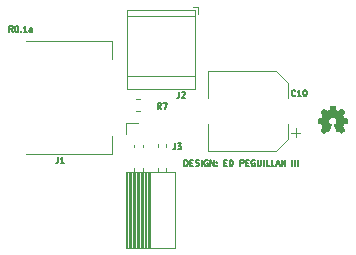
<source format=gto>
G04 #@! TF.GenerationSoftware,KiCad,Pcbnew,(5.1.0-47-g8a7e501fe)*
G04 #@! TF.CreationDate,2019-04-01T01:15:26-05:00*
G04 #@! TF.ProjectId,usb_c_wien_bridge,7573625f-635f-4776-9965-6e5f62726964,0.1a*
G04 #@! TF.SameCoordinates,Original*
G04 #@! TF.FileFunction,Legend,Top*
G04 #@! TF.FilePolarity,Positive*
%FSLAX46Y46*%
G04 Gerber Fmt 4.6, Leading zero omitted, Abs format (unit mm)*
G04 Created by KiCad (PCBNEW (5.1.0-47-g8a7e501fe)) date 2019-04-01 01:15:26*
%MOMM*%
%LPD*%
G04 APERTURE LIST*
%ADD10C,0.127000*%
%ADD11C,0.010000*%
%ADD12C,0.120000*%
G04 APERTURE END LIST*
D10*
X126767166Y-90323609D02*
X126597833Y-90081704D01*
X126476880Y-90323609D02*
X126476880Y-89815609D01*
X126670404Y-89815609D01*
X126718785Y-89839800D01*
X126742976Y-89863990D01*
X126767166Y-89912371D01*
X126767166Y-89984942D01*
X126742976Y-90033323D01*
X126718785Y-90057514D01*
X126670404Y-90081704D01*
X126476880Y-90081704D01*
X127081642Y-89815609D02*
X127130023Y-89815609D01*
X127178404Y-89839800D01*
X127202595Y-89863990D01*
X127226785Y-89912371D01*
X127250976Y-90009133D01*
X127250976Y-90130085D01*
X127226785Y-90226847D01*
X127202595Y-90275228D01*
X127178404Y-90299419D01*
X127130023Y-90323609D01*
X127081642Y-90323609D01*
X127033261Y-90299419D01*
X127009071Y-90275228D01*
X126984880Y-90226847D01*
X126960690Y-90130085D01*
X126960690Y-90009133D01*
X126984880Y-89912371D01*
X127009071Y-89863990D01*
X127033261Y-89839800D01*
X127081642Y-89815609D01*
X127468690Y-90275228D02*
X127492880Y-90299419D01*
X127468690Y-90323609D01*
X127444500Y-90299419D01*
X127468690Y-90275228D01*
X127468690Y-90323609D01*
X127976690Y-90323609D02*
X127686404Y-90323609D01*
X127831547Y-90323609D02*
X127831547Y-89815609D01*
X127783166Y-89888180D01*
X127734785Y-89936561D01*
X127686404Y-89960752D01*
X128412119Y-90323609D02*
X128412119Y-90057514D01*
X128387928Y-90009133D01*
X128339547Y-89984942D01*
X128242785Y-89984942D01*
X128194404Y-90009133D01*
X128412119Y-90299419D02*
X128363738Y-90323609D01*
X128242785Y-90323609D01*
X128194404Y-90299419D01*
X128170214Y-90251038D01*
X128170214Y-90202657D01*
X128194404Y-90154276D01*
X128242785Y-90130085D01*
X128363738Y-90130085D01*
X128412119Y-90105895D01*
X141312295Y-101677409D02*
X141312295Y-101169409D01*
X141433247Y-101169409D01*
X141505819Y-101193600D01*
X141554200Y-101241980D01*
X141578390Y-101290361D01*
X141602580Y-101387123D01*
X141602580Y-101459695D01*
X141578390Y-101556457D01*
X141554200Y-101604838D01*
X141505819Y-101653219D01*
X141433247Y-101677409D01*
X141312295Y-101677409D01*
X141820295Y-101411314D02*
X141989628Y-101411314D01*
X142062200Y-101677409D02*
X141820295Y-101677409D01*
X141820295Y-101169409D01*
X142062200Y-101169409D01*
X142255723Y-101653219D02*
X142328295Y-101677409D01*
X142449247Y-101677409D01*
X142497628Y-101653219D01*
X142521819Y-101629028D01*
X142546009Y-101580647D01*
X142546009Y-101532266D01*
X142521819Y-101483885D01*
X142497628Y-101459695D01*
X142449247Y-101435504D01*
X142352485Y-101411314D01*
X142304104Y-101387123D01*
X142279914Y-101362933D01*
X142255723Y-101314552D01*
X142255723Y-101266171D01*
X142279914Y-101217790D01*
X142304104Y-101193600D01*
X142352485Y-101169409D01*
X142473438Y-101169409D01*
X142546009Y-101193600D01*
X142763723Y-101677409D02*
X142763723Y-101169409D01*
X143271723Y-101193600D02*
X143223342Y-101169409D01*
X143150771Y-101169409D01*
X143078200Y-101193600D01*
X143029819Y-101241980D01*
X143005628Y-101290361D01*
X142981438Y-101387123D01*
X142981438Y-101459695D01*
X143005628Y-101556457D01*
X143029819Y-101604838D01*
X143078200Y-101653219D01*
X143150771Y-101677409D01*
X143199152Y-101677409D01*
X143271723Y-101653219D01*
X143295914Y-101629028D01*
X143295914Y-101459695D01*
X143199152Y-101459695D01*
X143513628Y-101677409D02*
X143513628Y-101169409D01*
X143803914Y-101677409D01*
X143803914Y-101169409D01*
X144045819Y-101629028D02*
X144070009Y-101653219D01*
X144045819Y-101677409D01*
X144021628Y-101653219D01*
X144045819Y-101629028D01*
X144045819Y-101677409D01*
X144045819Y-101362933D02*
X144070009Y-101387123D01*
X144045819Y-101411314D01*
X144021628Y-101387123D01*
X144045819Y-101362933D01*
X144045819Y-101411314D01*
X144674771Y-101411314D02*
X144844104Y-101411314D01*
X144916676Y-101677409D02*
X144674771Y-101677409D01*
X144674771Y-101169409D01*
X144916676Y-101169409D01*
X145134390Y-101677409D02*
X145134390Y-101169409D01*
X145255342Y-101169409D01*
X145327914Y-101193600D01*
X145376295Y-101241980D01*
X145400485Y-101290361D01*
X145424676Y-101387123D01*
X145424676Y-101459695D01*
X145400485Y-101556457D01*
X145376295Y-101604838D01*
X145327914Y-101653219D01*
X145255342Y-101677409D01*
X145134390Y-101677409D01*
X146029438Y-101677409D02*
X146029438Y-101169409D01*
X146222961Y-101169409D01*
X146271342Y-101193600D01*
X146295533Y-101217790D01*
X146319723Y-101266171D01*
X146319723Y-101338742D01*
X146295533Y-101387123D01*
X146271342Y-101411314D01*
X146222961Y-101435504D01*
X146029438Y-101435504D01*
X146537438Y-101411314D02*
X146706771Y-101411314D01*
X146779342Y-101677409D02*
X146537438Y-101677409D01*
X146537438Y-101169409D01*
X146779342Y-101169409D01*
X147263152Y-101193600D02*
X147214771Y-101169409D01*
X147142200Y-101169409D01*
X147069628Y-101193600D01*
X147021247Y-101241980D01*
X146997057Y-101290361D01*
X146972866Y-101387123D01*
X146972866Y-101459695D01*
X146997057Y-101556457D01*
X147021247Y-101604838D01*
X147069628Y-101653219D01*
X147142200Y-101677409D01*
X147190580Y-101677409D01*
X147263152Y-101653219D01*
X147287342Y-101629028D01*
X147287342Y-101459695D01*
X147190580Y-101459695D01*
X147505057Y-101169409D02*
X147505057Y-101580647D01*
X147529247Y-101629028D01*
X147553438Y-101653219D01*
X147601819Y-101677409D01*
X147698580Y-101677409D01*
X147746961Y-101653219D01*
X147771152Y-101629028D01*
X147795342Y-101580647D01*
X147795342Y-101169409D01*
X148037247Y-101677409D02*
X148037247Y-101169409D01*
X148521057Y-101677409D02*
X148279152Y-101677409D01*
X148279152Y-101169409D01*
X148932295Y-101677409D02*
X148690390Y-101677409D01*
X148690390Y-101169409D01*
X149077438Y-101532266D02*
X149319342Y-101532266D01*
X149029057Y-101677409D02*
X149198390Y-101169409D01*
X149367723Y-101677409D01*
X149537057Y-101677409D02*
X149537057Y-101169409D01*
X149827342Y-101677409D01*
X149827342Y-101169409D01*
X150456295Y-101677409D02*
X150456295Y-101169409D01*
X150698200Y-101677409D02*
X150698200Y-101169409D01*
X150940104Y-101677409D02*
X150940104Y-101169409D01*
D11*
G36*
X153873455Y-96596365D02*
G01*
X153907672Y-96596623D01*
X153938383Y-96597020D01*
X153964640Y-96597536D01*
X153985498Y-96598152D01*
X154000011Y-96598848D01*
X154007231Y-96599604D01*
X154007775Y-96599793D01*
X154009923Y-96604793D01*
X154013369Y-96617556D01*
X154017989Y-96637501D01*
X154023657Y-96664044D01*
X154030249Y-96696604D01*
X154037639Y-96734598D01*
X154044184Y-96769275D01*
X154051060Y-96805734D01*
X154057601Y-96839621D01*
X154063621Y-96870024D01*
X154068932Y-96896031D01*
X154073348Y-96916732D01*
X154076681Y-96931214D01*
X154078744Y-96938567D01*
X154079102Y-96939262D01*
X154084307Y-96942209D01*
X154096059Y-96947664D01*
X154113164Y-96955141D01*
X154134425Y-96964159D01*
X154158648Y-96974234D01*
X154184639Y-96984882D01*
X154211201Y-96995622D01*
X154237140Y-97005969D01*
X154261260Y-97015440D01*
X154282367Y-97023553D01*
X154299266Y-97029823D01*
X154310762Y-97033769D01*
X154315659Y-97034906D01*
X154315665Y-97034904D01*
X154320090Y-97032178D01*
X154330703Y-97025174D01*
X154346724Y-97014421D01*
X154367370Y-97000448D01*
X154391862Y-96983784D01*
X154419417Y-96964958D01*
X154449255Y-96944500D01*
X154456481Y-96939535D01*
X154486838Y-96918798D01*
X154515224Y-96899655D01*
X154540839Y-96882629D01*
X154562883Y-96868239D01*
X154580558Y-96857005D01*
X154593064Y-96849449D01*
X154599601Y-96846090D01*
X154600172Y-96845966D01*
X154604940Y-96848893D01*
X154614769Y-96857144D01*
X154628867Y-96869927D01*
X154646441Y-96886448D01*
X154666700Y-96905917D01*
X154688850Y-96927539D01*
X154712100Y-96950522D01*
X154735658Y-96974075D01*
X154758730Y-96997402D01*
X154780524Y-97019714D01*
X154800248Y-97040216D01*
X154817111Y-97058115D01*
X154830318Y-97072620D01*
X154839079Y-97082938D01*
X154842600Y-97088276D01*
X154842633Y-97088515D01*
X154840303Y-97093615D01*
X154833666Y-97104842D01*
X154823257Y-97121377D01*
X154809609Y-97142399D01*
X154793253Y-97167088D01*
X154774723Y-97194625D01*
X154754551Y-97224188D01*
X154753257Y-97226071D01*
X154732845Y-97255838D01*
X154713850Y-97283683D01*
X154696833Y-97308770D01*
X154682357Y-97330265D01*
X154670983Y-97347335D01*
X154663273Y-97359144D01*
X154659789Y-97364859D01*
X154659740Y-97364959D01*
X154659087Y-97368893D01*
X154660027Y-97375426D01*
X154662849Y-97385353D01*
X154667844Y-97399470D01*
X154675301Y-97418572D01*
X154685509Y-97443456D01*
X154698759Y-97474916D01*
X154705725Y-97491277D01*
X154719282Y-97522611D01*
X154731776Y-97550658D01*
X154742792Y-97574540D01*
X154751913Y-97593377D01*
X154758722Y-97606288D01*
X154762803Y-97612394D01*
X154763192Y-97612690D01*
X154768900Y-97614340D01*
X154781973Y-97617318D01*
X154801447Y-97621429D01*
X154826357Y-97626476D01*
X154855739Y-97632266D01*
X154888630Y-97638604D01*
X154924065Y-97645293D01*
X154927941Y-97646017D01*
X154968555Y-97653717D01*
X155004311Y-97660751D01*
X155034592Y-97666985D01*
X155058782Y-97672286D01*
X155076264Y-97676520D01*
X155086421Y-97679554D01*
X155088809Y-97680828D01*
X155089577Y-97686147D01*
X155090288Y-97698986D01*
X155090924Y-97718399D01*
X155091466Y-97743439D01*
X155091893Y-97773162D01*
X155092186Y-97806619D01*
X155092326Y-97842866D01*
X155092335Y-97851923D01*
X155092308Y-97894857D01*
X155092172Y-97930068D01*
X155091902Y-97958300D01*
X155091472Y-97980297D01*
X155090857Y-97996804D01*
X155090030Y-98008563D01*
X155088966Y-98016319D01*
X155087639Y-98020816D01*
X155086430Y-98022518D01*
X155081013Y-98024400D01*
X155068236Y-98027566D01*
X155049071Y-98031815D01*
X155024493Y-98036942D01*
X154995476Y-98042745D01*
X154962992Y-98049019D01*
X154928738Y-98055430D01*
X154890276Y-98062648D01*
X154855766Y-98069384D01*
X154825986Y-98075472D01*
X154801714Y-98080743D01*
X154783729Y-98085032D01*
X154772808Y-98088171D01*
X154769872Y-98089511D01*
X154766520Y-98094888D01*
X154760695Y-98106889D01*
X154752862Y-98124357D01*
X154743486Y-98146135D01*
X154733033Y-98171067D01*
X154721967Y-98197995D01*
X154710754Y-98225762D01*
X154699860Y-98253213D01*
X154689750Y-98279190D01*
X154680888Y-98302536D01*
X154673741Y-98322095D01*
X154668773Y-98336709D01*
X154666451Y-98345223D01*
X154666397Y-98346769D01*
X154669184Y-98351365D01*
X154676223Y-98362118D01*
X154686964Y-98378211D01*
X154700855Y-98398827D01*
X154717347Y-98423149D01*
X154735890Y-98450360D01*
X154755527Y-98479052D01*
X154775506Y-98508398D01*
X154793872Y-98535785D01*
X154810086Y-98560379D01*
X154823607Y-98581343D01*
X154833898Y-98597842D01*
X154840420Y-98609040D01*
X154842633Y-98614057D01*
X154839714Y-98618782D01*
X154831485Y-98628581D01*
X154818736Y-98642662D01*
X154802259Y-98660231D01*
X154782842Y-98680495D01*
X154761278Y-98702660D01*
X154738357Y-98725932D01*
X154714870Y-98749519D01*
X154691606Y-98772625D01*
X154669358Y-98794459D01*
X154648915Y-98814227D01*
X154631068Y-98831134D01*
X154616608Y-98844388D01*
X154606326Y-98853195D01*
X154601012Y-98856762D01*
X154600761Y-98856800D01*
X154595864Y-98854474D01*
X154584842Y-98847857D01*
X154568519Y-98837487D01*
X154547722Y-98823905D01*
X154523279Y-98807651D01*
X154496015Y-98789262D01*
X154467829Y-98770017D01*
X154438593Y-98750073D01*
X154411345Y-98731744D01*
X154386916Y-98715571D01*
X154366139Y-98702093D01*
X154349847Y-98691852D01*
X154338873Y-98685386D01*
X154334110Y-98683233D01*
X154327922Y-98685167D01*
X154315846Y-98690488D01*
X154299397Y-98698476D01*
X154280093Y-98708409D01*
X154271225Y-98713135D01*
X154249933Y-98724189D01*
X154231362Y-98733046D01*
X154216910Y-98739085D01*
X154207980Y-98741687D01*
X154206620Y-98741710D01*
X154204463Y-98740548D01*
X154201662Y-98737277D01*
X154197989Y-98731384D01*
X154193215Y-98722356D01*
X154187112Y-98709678D01*
X154179451Y-98692838D01*
X154170003Y-98671321D01*
X154158541Y-98644614D01*
X154144837Y-98612204D01*
X154128660Y-98573577D01*
X154109784Y-98528219D01*
X154087979Y-98475616D01*
X154084151Y-98466366D01*
X154065315Y-98420673D01*
X154047526Y-98377185D01*
X154031040Y-98336546D01*
X154016111Y-98299399D01*
X154002994Y-98266388D01*
X153991943Y-98238158D01*
X153983214Y-98215353D01*
X153977060Y-98198617D01*
X153973737Y-98188593D01*
X153973234Y-98185908D01*
X153977557Y-98180981D01*
X153987369Y-98172589D01*
X154001128Y-98161986D01*
X154014411Y-98152424D01*
X154049540Y-98126542D01*
X154078228Y-98102093D01*
X154101936Y-98077469D01*
X154122127Y-98051064D01*
X154140262Y-98021273D01*
X154149153Y-98004332D01*
X154169064Y-97955641D01*
X154180997Y-97905365D01*
X154185083Y-97854361D01*
X154181453Y-97803482D01*
X154170236Y-97753583D01*
X154151564Y-97705518D01*
X154125566Y-97660142D01*
X154092373Y-97618310D01*
X154089820Y-97615576D01*
X154050115Y-97579261D01*
X154005774Y-97549752D01*
X153956228Y-97526696D01*
X153932317Y-97518406D01*
X153918378Y-97514379D01*
X153905238Y-97511593D01*
X153890812Y-97509832D01*
X153873015Y-97508878D01*
X153849761Y-97508513D01*
X153837217Y-97508483D01*
X153810863Y-97508659D01*
X153790880Y-97509330D01*
X153775178Y-97510715D01*
X153761664Y-97513031D01*
X153748249Y-97516497D01*
X153741967Y-97518402D01*
X153690305Y-97538738D01*
X153643401Y-97565808D01*
X153601741Y-97599203D01*
X153565812Y-97638511D01*
X153536101Y-97683323D01*
X153527874Y-97698983D01*
X153510731Y-97738031D01*
X153499462Y-97775005D01*
X153493317Y-97813103D01*
X153491539Y-97853500D01*
X153495589Y-97907724D01*
X153507594Y-97959454D01*
X153527340Y-98008159D01*
X153554614Y-98053306D01*
X153588396Y-98093546D01*
X153603550Y-98107709D01*
X153623236Y-98124226D01*
X153644890Y-98141110D01*
X153665953Y-98156373D01*
X153683862Y-98168028D01*
X153686049Y-98169303D01*
X153695793Y-98176721D01*
X153701660Y-98184620D01*
X153702037Y-98185774D01*
X153700827Y-98191335D01*
X153696467Y-98204261D01*
X153689127Y-98224126D01*
X153678973Y-98250505D01*
X153666173Y-98282973D01*
X153650894Y-98321103D01*
X153633305Y-98364471D01*
X153613572Y-98412651D01*
X153594040Y-98459966D01*
X153575350Y-98505051D01*
X153557528Y-98547972D01*
X153540853Y-98588066D01*
X153525599Y-98624671D01*
X153512045Y-98657124D01*
X153500468Y-98684761D01*
X153491145Y-98706922D01*
X153484352Y-98722941D01*
X153480366Y-98732158D01*
X153479478Y-98734074D01*
X153472617Y-98740831D01*
X153466943Y-98742500D01*
X153460515Y-98740562D01*
X153448221Y-98735229D01*
X153431592Y-98727223D01*
X153412159Y-98717264D01*
X153403135Y-98712460D01*
X153378295Y-98699560D01*
X153358697Y-98690391D01*
X153344996Y-98685239D01*
X153338285Y-98684264D01*
X153332333Y-98687124D01*
X153320548Y-98694150D01*
X153304024Y-98704638D01*
X153283855Y-98717887D01*
X153261134Y-98733193D01*
X153246667Y-98743117D01*
X153207569Y-98770085D01*
X153174836Y-98792579D01*
X153147893Y-98810977D01*
X153126167Y-98825655D01*
X153109084Y-98836991D01*
X153096069Y-98845363D01*
X153086549Y-98851148D01*
X153079949Y-98854724D01*
X153075695Y-98856467D01*
X153073756Y-98856800D01*
X153069368Y-98853899D01*
X153059713Y-98845632D01*
X153045483Y-98832647D01*
X153027368Y-98815598D01*
X153006057Y-98795134D01*
X152982240Y-98771906D01*
X152956608Y-98746564D01*
X152951542Y-98741518D01*
X152925713Y-98715625D01*
X152901776Y-98691385D01*
X152880397Y-98669494D01*
X152862247Y-98650645D01*
X152847994Y-98635536D01*
X152838306Y-98624860D01*
X152833851Y-98619313D01*
X152833656Y-98618911D01*
X152832906Y-98616430D01*
X152832644Y-98613894D01*
X152833296Y-98610617D01*
X152835288Y-98605910D01*
X152839048Y-98599087D01*
X152845000Y-98589460D01*
X152853571Y-98576342D01*
X152865188Y-98559046D01*
X152880277Y-98536883D01*
X152899263Y-98509168D01*
X152922575Y-98475211D01*
X152924696Y-98472122D01*
X152944401Y-98443254D01*
X152962488Y-98416432D01*
X152978411Y-98392489D01*
X152991626Y-98372257D01*
X153001588Y-98356571D01*
X153007751Y-98346265D01*
X153009600Y-98342291D01*
X153008076Y-98336959D01*
X153003758Y-98324780D01*
X152997029Y-98306755D01*
X152988269Y-98283887D01*
X152977860Y-98257178D01*
X152966184Y-98227628D01*
X152960345Y-98212989D01*
X152945564Y-98176328D01*
X152933438Y-98146942D01*
X152923663Y-98124172D01*
X152915938Y-98107360D01*
X152909961Y-98095845D01*
X152905429Y-98088971D01*
X152902137Y-98086116D01*
X152896005Y-98084501D01*
X152882547Y-98081574D01*
X152862769Y-98077535D01*
X152837676Y-98072583D01*
X152808274Y-98066915D01*
X152775569Y-98060731D01*
X152743367Y-98054745D01*
X152708667Y-98048247D01*
X152676491Y-98042029D01*
X152647817Y-98036294D01*
X152623625Y-98031248D01*
X152604892Y-98027093D01*
X152592599Y-98024034D01*
X152587792Y-98022343D01*
X152586295Y-98019700D01*
X152585068Y-98014018D01*
X152584088Y-98004576D01*
X152583331Y-97990657D01*
X152582772Y-97971543D01*
X152582388Y-97946514D01*
X152582155Y-97914851D01*
X152582047Y-97875837D01*
X152582033Y-97850962D01*
X152582033Y-97684362D01*
X152591558Y-97678485D01*
X152597798Y-97676400D01*
X152611381Y-97673043D01*
X152631313Y-97668622D01*
X152656602Y-97663343D01*
X152686253Y-97657415D01*
X152719274Y-97651043D01*
X152754672Y-97644436D01*
X152755600Y-97644265D01*
X152790830Y-97637692D01*
X152823523Y-97631379D01*
X152852721Y-97625527D01*
X152877463Y-97620338D01*
X152896792Y-97616014D01*
X152909747Y-97612756D01*
X152915370Y-97610764D01*
X152915437Y-97610705D01*
X152918509Y-97605484D01*
X152924285Y-97593655D01*
X152932248Y-97576424D01*
X152941879Y-97554994D01*
X152952659Y-97530572D01*
X152964070Y-97504362D01*
X152975593Y-97477569D01*
X152986710Y-97451398D01*
X152996901Y-97427054D01*
X153005650Y-97405743D01*
X153012436Y-97388669D01*
X153016741Y-97377038D01*
X153018066Y-97372229D01*
X153015740Y-97367379D01*
X153009109Y-97356377D01*
X152998700Y-97340024D01*
X152985037Y-97319123D01*
X152968645Y-97294474D01*
X152950050Y-97266881D01*
X152929776Y-97237144D01*
X152926552Y-97232446D01*
X152905973Y-97202348D01*
X152886896Y-97174192D01*
X152869861Y-97148795D01*
X152855410Y-97126974D01*
X152844082Y-97109546D01*
X152836419Y-97097330D01*
X152832962Y-97091142D01*
X152832844Y-97090804D01*
X152833478Y-97087383D01*
X152836945Y-97081623D01*
X152843698Y-97073029D01*
X152854188Y-97061107D01*
X152868868Y-97045362D01*
X152888190Y-97025298D01*
X152912607Y-97000422D01*
X152942570Y-96970238D01*
X152948600Y-96964191D01*
X152978615Y-96934308D01*
X153005397Y-96908049D01*
X153028490Y-96885843D01*
X153047439Y-96868118D01*
X153061786Y-96855301D01*
X153071078Y-96847821D01*
X153074538Y-96845967D01*
X153079733Y-96848294D01*
X153091064Y-96854923D01*
X153107711Y-96865325D01*
X153128857Y-96878972D01*
X153153684Y-96895335D01*
X153181372Y-96913885D01*
X153211105Y-96934093D01*
X153214339Y-96936308D01*
X153244350Y-96956840D01*
X153272452Y-96975995D01*
X153297811Y-96993211D01*
X153319596Y-97007925D01*
X153336974Y-97019576D01*
X153349113Y-97027601D01*
X153355180Y-97031439D01*
X153355393Y-97031556D01*
X153359104Y-97032684D01*
X153364549Y-97032521D01*
X153372649Y-97030759D01*
X153384324Y-97027095D01*
X153400493Y-97021223D01*
X153422077Y-97012837D01*
X153449997Y-97001631D01*
X153469693Y-96993624D01*
X153504572Y-96979384D01*
X153532423Y-96967936D01*
X153554067Y-96958885D01*
X153570320Y-96951838D01*
X153582001Y-96946402D01*
X153589929Y-96942184D01*
X153594922Y-96938788D01*
X153597797Y-96935823D01*
X153599373Y-96932895D01*
X153600054Y-96930934D01*
X153601400Y-96925014D01*
X153604094Y-96911738D01*
X153607950Y-96892079D01*
X153612781Y-96867008D01*
X153618398Y-96837495D01*
X153624617Y-96804513D01*
X153631249Y-96769032D01*
X153631929Y-96765374D01*
X153638643Y-96729801D01*
X153645074Y-96696733D01*
X153651020Y-96667122D01*
X153656283Y-96641923D01*
X153660663Y-96622090D01*
X153663961Y-96608577D01*
X153665976Y-96602337D01*
X153666110Y-96602136D01*
X153668635Y-96600598D01*
X153673902Y-96599340D01*
X153682653Y-96598339D01*
X153695627Y-96597568D01*
X153713566Y-96597001D01*
X153737210Y-96596614D01*
X153767299Y-96596380D01*
X153804575Y-96596275D01*
X153836677Y-96596265D01*
X153873455Y-96596365D01*
X153873455Y-96596365D01*
G37*
X153873455Y-96596365D02*
X153907672Y-96596623D01*
X153938383Y-96597020D01*
X153964640Y-96597536D01*
X153985498Y-96598152D01*
X154000011Y-96598848D01*
X154007231Y-96599604D01*
X154007775Y-96599793D01*
X154009923Y-96604793D01*
X154013369Y-96617556D01*
X154017989Y-96637501D01*
X154023657Y-96664044D01*
X154030249Y-96696604D01*
X154037639Y-96734598D01*
X154044184Y-96769275D01*
X154051060Y-96805734D01*
X154057601Y-96839621D01*
X154063621Y-96870024D01*
X154068932Y-96896031D01*
X154073348Y-96916732D01*
X154076681Y-96931214D01*
X154078744Y-96938567D01*
X154079102Y-96939262D01*
X154084307Y-96942209D01*
X154096059Y-96947664D01*
X154113164Y-96955141D01*
X154134425Y-96964159D01*
X154158648Y-96974234D01*
X154184639Y-96984882D01*
X154211201Y-96995622D01*
X154237140Y-97005969D01*
X154261260Y-97015440D01*
X154282367Y-97023553D01*
X154299266Y-97029823D01*
X154310762Y-97033769D01*
X154315659Y-97034906D01*
X154315665Y-97034904D01*
X154320090Y-97032178D01*
X154330703Y-97025174D01*
X154346724Y-97014421D01*
X154367370Y-97000448D01*
X154391862Y-96983784D01*
X154419417Y-96964958D01*
X154449255Y-96944500D01*
X154456481Y-96939535D01*
X154486838Y-96918798D01*
X154515224Y-96899655D01*
X154540839Y-96882629D01*
X154562883Y-96868239D01*
X154580558Y-96857005D01*
X154593064Y-96849449D01*
X154599601Y-96846090D01*
X154600172Y-96845966D01*
X154604940Y-96848893D01*
X154614769Y-96857144D01*
X154628867Y-96869927D01*
X154646441Y-96886448D01*
X154666700Y-96905917D01*
X154688850Y-96927539D01*
X154712100Y-96950522D01*
X154735658Y-96974075D01*
X154758730Y-96997402D01*
X154780524Y-97019714D01*
X154800248Y-97040216D01*
X154817111Y-97058115D01*
X154830318Y-97072620D01*
X154839079Y-97082938D01*
X154842600Y-97088276D01*
X154842633Y-97088515D01*
X154840303Y-97093615D01*
X154833666Y-97104842D01*
X154823257Y-97121377D01*
X154809609Y-97142399D01*
X154793253Y-97167088D01*
X154774723Y-97194625D01*
X154754551Y-97224188D01*
X154753257Y-97226071D01*
X154732845Y-97255838D01*
X154713850Y-97283683D01*
X154696833Y-97308770D01*
X154682357Y-97330265D01*
X154670983Y-97347335D01*
X154663273Y-97359144D01*
X154659789Y-97364859D01*
X154659740Y-97364959D01*
X154659087Y-97368893D01*
X154660027Y-97375426D01*
X154662849Y-97385353D01*
X154667844Y-97399470D01*
X154675301Y-97418572D01*
X154685509Y-97443456D01*
X154698759Y-97474916D01*
X154705725Y-97491277D01*
X154719282Y-97522611D01*
X154731776Y-97550658D01*
X154742792Y-97574540D01*
X154751913Y-97593377D01*
X154758722Y-97606288D01*
X154762803Y-97612394D01*
X154763192Y-97612690D01*
X154768900Y-97614340D01*
X154781973Y-97617318D01*
X154801447Y-97621429D01*
X154826357Y-97626476D01*
X154855739Y-97632266D01*
X154888630Y-97638604D01*
X154924065Y-97645293D01*
X154927941Y-97646017D01*
X154968555Y-97653717D01*
X155004311Y-97660751D01*
X155034592Y-97666985D01*
X155058782Y-97672286D01*
X155076264Y-97676520D01*
X155086421Y-97679554D01*
X155088809Y-97680828D01*
X155089577Y-97686147D01*
X155090288Y-97698986D01*
X155090924Y-97718399D01*
X155091466Y-97743439D01*
X155091893Y-97773162D01*
X155092186Y-97806619D01*
X155092326Y-97842866D01*
X155092335Y-97851923D01*
X155092308Y-97894857D01*
X155092172Y-97930068D01*
X155091902Y-97958300D01*
X155091472Y-97980297D01*
X155090857Y-97996804D01*
X155090030Y-98008563D01*
X155088966Y-98016319D01*
X155087639Y-98020816D01*
X155086430Y-98022518D01*
X155081013Y-98024400D01*
X155068236Y-98027566D01*
X155049071Y-98031815D01*
X155024493Y-98036942D01*
X154995476Y-98042745D01*
X154962992Y-98049019D01*
X154928738Y-98055430D01*
X154890276Y-98062648D01*
X154855766Y-98069384D01*
X154825986Y-98075472D01*
X154801714Y-98080743D01*
X154783729Y-98085032D01*
X154772808Y-98088171D01*
X154769872Y-98089511D01*
X154766520Y-98094888D01*
X154760695Y-98106889D01*
X154752862Y-98124357D01*
X154743486Y-98146135D01*
X154733033Y-98171067D01*
X154721967Y-98197995D01*
X154710754Y-98225762D01*
X154699860Y-98253213D01*
X154689750Y-98279190D01*
X154680888Y-98302536D01*
X154673741Y-98322095D01*
X154668773Y-98336709D01*
X154666451Y-98345223D01*
X154666397Y-98346769D01*
X154669184Y-98351365D01*
X154676223Y-98362118D01*
X154686964Y-98378211D01*
X154700855Y-98398827D01*
X154717347Y-98423149D01*
X154735890Y-98450360D01*
X154755527Y-98479052D01*
X154775506Y-98508398D01*
X154793872Y-98535785D01*
X154810086Y-98560379D01*
X154823607Y-98581343D01*
X154833898Y-98597842D01*
X154840420Y-98609040D01*
X154842633Y-98614057D01*
X154839714Y-98618782D01*
X154831485Y-98628581D01*
X154818736Y-98642662D01*
X154802259Y-98660231D01*
X154782842Y-98680495D01*
X154761278Y-98702660D01*
X154738357Y-98725932D01*
X154714870Y-98749519D01*
X154691606Y-98772625D01*
X154669358Y-98794459D01*
X154648915Y-98814227D01*
X154631068Y-98831134D01*
X154616608Y-98844388D01*
X154606326Y-98853195D01*
X154601012Y-98856762D01*
X154600761Y-98856800D01*
X154595864Y-98854474D01*
X154584842Y-98847857D01*
X154568519Y-98837487D01*
X154547722Y-98823905D01*
X154523279Y-98807651D01*
X154496015Y-98789262D01*
X154467829Y-98770017D01*
X154438593Y-98750073D01*
X154411345Y-98731744D01*
X154386916Y-98715571D01*
X154366139Y-98702093D01*
X154349847Y-98691852D01*
X154338873Y-98685386D01*
X154334110Y-98683233D01*
X154327922Y-98685167D01*
X154315846Y-98690488D01*
X154299397Y-98698476D01*
X154280093Y-98708409D01*
X154271225Y-98713135D01*
X154249933Y-98724189D01*
X154231362Y-98733046D01*
X154216910Y-98739085D01*
X154207980Y-98741687D01*
X154206620Y-98741710D01*
X154204463Y-98740548D01*
X154201662Y-98737277D01*
X154197989Y-98731384D01*
X154193215Y-98722356D01*
X154187112Y-98709678D01*
X154179451Y-98692838D01*
X154170003Y-98671321D01*
X154158541Y-98644614D01*
X154144837Y-98612204D01*
X154128660Y-98573577D01*
X154109784Y-98528219D01*
X154087979Y-98475616D01*
X154084151Y-98466366D01*
X154065315Y-98420673D01*
X154047526Y-98377185D01*
X154031040Y-98336546D01*
X154016111Y-98299399D01*
X154002994Y-98266388D01*
X153991943Y-98238158D01*
X153983214Y-98215353D01*
X153977060Y-98198617D01*
X153973737Y-98188593D01*
X153973234Y-98185908D01*
X153977557Y-98180981D01*
X153987369Y-98172589D01*
X154001128Y-98161986D01*
X154014411Y-98152424D01*
X154049540Y-98126542D01*
X154078228Y-98102093D01*
X154101936Y-98077469D01*
X154122127Y-98051064D01*
X154140262Y-98021273D01*
X154149153Y-98004332D01*
X154169064Y-97955641D01*
X154180997Y-97905365D01*
X154185083Y-97854361D01*
X154181453Y-97803482D01*
X154170236Y-97753583D01*
X154151564Y-97705518D01*
X154125566Y-97660142D01*
X154092373Y-97618310D01*
X154089820Y-97615576D01*
X154050115Y-97579261D01*
X154005774Y-97549752D01*
X153956228Y-97526696D01*
X153932317Y-97518406D01*
X153918378Y-97514379D01*
X153905238Y-97511593D01*
X153890812Y-97509832D01*
X153873015Y-97508878D01*
X153849761Y-97508513D01*
X153837217Y-97508483D01*
X153810863Y-97508659D01*
X153790880Y-97509330D01*
X153775178Y-97510715D01*
X153761664Y-97513031D01*
X153748249Y-97516497D01*
X153741967Y-97518402D01*
X153690305Y-97538738D01*
X153643401Y-97565808D01*
X153601741Y-97599203D01*
X153565812Y-97638511D01*
X153536101Y-97683323D01*
X153527874Y-97698983D01*
X153510731Y-97738031D01*
X153499462Y-97775005D01*
X153493317Y-97813103D01*
X153491539Y-97853500D01*
X153495589Y-97907724D01*
X153507594Y-97959454D01*
X153527340Y-98008159D01*
X153554614Y-98053306D01*
X153588396Y-98093546D01*
X153603550Y-98107709D01*
X153623236Y-98124226D01*
X153644890Y-98141110D01*
X153665953Y-98156373D01*
X153683862Y-98168028D01*
X153686049Y-98169303D01*
X153695793Y-98176721D01*
X153701660Y-98184620D01*
X153702037Y-98185774D01*
X153700827Y-98191335D01*
X153696467Y-98204261D01*
X153689127Y-98224126D01*
X153678973Y-98250505D01*
X153666173Y-98282973D01*
X153650894Y-98321103D01*
X153633305Y-98364471D01*
X153613572Y-98412651D01*
X153594040Y-98459966D01*
X153575350Y-98505051D01*
X153557528Y-98547972D01*
X153540853Y-98588066D01*
X153525599Y-98624671D01*
X153512045Y-98657124D01*
X153500468Y-98684761D01*
X153491145Y-98706922D01*
X153484352Y-98722941D01*
X153480366Y-98732158D01*
X153479478Y-98734074D01*
X153472617Y-98740831D01*
X153466943Y-98742500D01*
X153460515Y-98740562D01*
X153448221Y-98735229D01*
X153431592Y-98727223D01*
X153412159Y-98717264D01*
X153403135Y-98712460D01*
X153378295Y-98699560D01*
X153358697Y-98690391D01*
X153344996Y-98685239D01*
X153338285Y-98684264D01*
X153332333Y-98687124D01*
X153320548Y-98694150D01*
X153304024Y-98704638D01*
X153283855Y-98717887D01*
X153261134Y-98733193D01*
X153246667Y-98743117D01*
X153207569Y-98770085D01*
X153174836Y-98792579D01*
X153147893Y-98810977D01*
X153126167Y-98825655D01*
X153109084Y-98836991D01*
X153096069Y-98845363D01*
X153086549Y-98851148D01*
X153079949Y-98854724D01*
X153075695Y-98856467D01*
X153073756Y-98856800D01*
X153069368Y-98853899D01*
X153059713Y-98845632D01*
X153045483Y-98832647D01*
X153027368Y-98815598D01*
X153006057Y-98795134D01*
X152982240Y-98771906D01*
X152956608Y-98746564D01*
X152951542Y-98741518D01*
X152925713Y-98715625D01*
X152901776Y-98691385D01*
X152880397Y-98669494D01*
X152862247Y-98650645D01*
X152847994Y-98635536D01*
X152838306Y-98624860D01*
X152833851Y-98619313D01*
X152833656Y-98618911D01*
X152832906Y-98616430D01*
X152832644Y-98613894D01*
X152833296Y-98610617D01*
X152835288Y-98605910D01*
X152839048Y-98599087D01*
X152845000Y-98589460D01*
X152853571Y-98576342D01*
X152865188Y-98559046D01*
X152880277Y-98536883D01*
X152899263Y-98509168D01*
X152922575Y-98475211D01*
X152924696Y-98472122D01*
X152944401Y-98443254D01*
X152962488Y-98416432D01*
X152978411Y-98392489D01*
X152991626Y-98372257D01*
X153001588Y-98356571D01*
X153007751Y-98346265D01*
X153009600Y-98342291D01*
X153008076Y-98336959D01*
X153003758Y-98324780D01*
X152997029Y-98306755D01*
X152988269Y-98283887D01*
X152977860Y-98257178D01*
X152966184Y-98227628D01*
X152960345Y-98212989D01*
X152945564Y-98176328D01*
X152933438Y-98146942D01*
X152923663Y-98124172D01*
X152915938Y-98107360D01*
X152909961Y-98095845D01*
X152905429Y-98088971D01*
X152902137Y-98086116D01*
X152896005Y-98084501D01*
X152882547Y-98081574D01*
X152862769Y-98077535D01*
X152837676Y-98072583D01*
X152808274Y-98066915D01*
X152775569Y-98060731D01*
X152743367Y-98054745D01*
X152708667Y-98048247D01*
X152676491Y-98042029D01*
X152647817Y-98036294D01*
X152623625Y-98031248D01*
X152604892Y-98027093D01*
X152592599Y-98024034D01*
X152587792Y-98022343D01*
X152586295Y-98019700D01*
X152585068Y-98014018D01*
X152584088Y-98004576D01*
X152583331Y-97990657D01*
X152582772Y-97971543D01*
X152582388Y-97946514D01*
X152582155Y-97914851D01*
X152582047Y-97875837D01*
X152582033Y-97850962D01*
X152582033Y-97684362D01*
X152591558Y-97678485D01*
X152597798Y-97676400D01*
X152611381Y-97673043D01*
X152631313Y-97668622D01*
X152656602Y-97663343D01*
X152686253Y-97657415D01*
X152719274Y-97651043D01*
X152754672Y-97644436D01*
X152755600Y-97644265D01*
X152790830Y-97637692D01*
X152823523Y-97631379D01*
X152852721Y-97625527D01*
X152877463Y-97620338D01*
X152896792Y-97616014D01*
X152909747Y-97612756D01*
X152915370Y-97610764D01*
X152915437Y-97610705D01*
X152918509Y-97605484D01*
X152924285Y-97593655D01*
X152932248Y-97576424D01*
X152941879Y-97554994D01*
X152952659Y-97530572D01*
X152964070Y-97504362D01*
X152975593Y-97477569D01*
X152986710Y-97451398D01*
X152996901Y-97427054D01*
X153005650Y-97405743D01*
X153012436Y-97388669D01*
X153016741Y-97377038D01*
X153018066Y-97372229D01*
X153015740Y-97367379D01*
X153009109Y-97356377D01*
X152998700Y-97340024D01*
X152985037Y-97319123D01*
X152968645Y-97294474D01*
X152950050Y-97266881D01*
X152929776Y-97237144D01*
X152926552Y-97232446D01*
X152905973Y-97202348D01*
X152886896Y-97174192D01*
X152869861Y-97148795D01*
X152855410Y-97126974D01*
X152844082Y-97109546D01*
X152836419Y-97097330D01*
X152832962Y-97091142D01*
X152832844Y-97090804D01*
X152833478Y-97087383D01*
X152836945Y-97081623D01*
X152843698Y-97073029D01*
X152854188Y-97061107D01*
X152868868Y-97045362D01*
X152888190Y-97025298D01*
X152912607Y-97000422D01*
X152942570Y-96970238D01*
X152948600Y-96964191D01*
X152978615Y-96934308D01*
X153005397Y-96908049D01*
X153028490Y-96885843D01*
X153047439Y-96868118D01*
X153061786Y-96855301D01*
X153071078Y-96847821D01*
X153074538Y-96845967D01*
X153079733Y-96848294D01*
X153091064Y-96854923D01*
X153107711Y-96865325D01*
X153128857Y-96878972D01*
X153153684Y-96895335D01*
X153181372Y-96913885D01*
X153211105Y-96934093D01*
X153214339Y-96936308D01*
X153244350Y-96956840D01*
X153272452Y-96975995D01*
X153297811Y-96993211D01*
X153319596Y-97007925D01*
X153336974Y-97019576D01*
X153349113Y-97027601D01*
X153355180Y-97031439D01*
X153355393Y-97031556D01*
X153359104Y-97032684D01*
X153364549Y-97032521D01*
X153372649Y-97030759D01*
X153384324Y-97027095D01*
X153400493Y-97021223D01*
X153422077Y-97012837D01*
X153449997Y-97001631D01*
X153469693Y-96993624D01*
X153504572Y-96979384D01*
X153532423Y-96967936D01*
X153554067Y-96958885D01*
X153570320Y-96951838D01*
X153582001Y-96946402D01*
X153589929Y-96942184D01*
X153594922Y-96938788D01*
X153597797Y-96935823D01*
X153599373Y-96932895D01*
X153600054Y-96930934D01*
X153601400Y-96925014D01*
X153604094Y-96911738D01*
X153607950Y-96892079D01*
X153612781Y-96867008D01*
X153618398Y-96837495D01*
X153624617Y-96804513D01*
X153631249Y-96769032D01*
X153631929Y-96765374D01*
X153638643Y-96729801D01*
X153645074Y-96696733D01*
X153651020Y-96667122D01*
X153656283Y-96641923D01*
X153660663Y-96622090D01*
X153663961Y-96608577D01*
X153665976Y-96602337D01*
X153666110Y-96602136D01*
X153668635Y-96600598D01*
X153673902Y-96599340D01*
X153682653Y-96598339D01*
X153695627Y-96597568D01*
X153713566Y-96597001D01*
X153737210Y-96596614D01*
X153767299Y-96596380D01*
X153804575Y-96596275D01*
X153836677Y-96596265D01*
X153873455Y-96596365D01*
D12*
X150728750Y-99269250D02*
X150728750Y-98481750D01*
X151122500Y-98875500D02*
X150335000Y-98875500D01*
X150095000Y-94682437D02*
X149030563Y-93618000D01*
X150095000Y-99373563D02*
X149030563Y-100438000D01*
X150095000Y-99373563D02*
X150095000Y-98088000D01*
X150095000Y-94682437D02*
X150095000Y-95968000D01*
X149030563Y-93618000D02*
X143275000Y-93618000D01*
X149030563Y-100438000D02*
X143275000Y-100438000D01*
X143275000Y-100438000D02*
X143275000Y-98088000D01*
X143275000Y-93618000D02*
X143275000Y-95968000D01*
X142449000Y-88211000D02*
X142049000Y-88211000D01*
X142449000Y-88851000D02*
X142449000Y-88211000D01*
X136429000Y-95191000D02*
X136429000Y-88451000D01*
X142209000Y-95191000D02*
X142209000Y-88451000D01*
X142209000Y-88451000D02*
X136429000Y-88451000D01*
X142209000Y-95191000D02*
X136429000Y-95191000D01*
X142209000Y-94071000D02*
X136429000Y-94071000D01*
X142209000Y-88971000D02*
X136429000Y-88971000D01*
X137576779Y-96010000D02*
X137251221Y-96010000D01*
X137576779Y-97030000D02*
X137251221Y-97030000D01*
X136354000Y-98965000D02*
X136354000Y-98030000D01*
X136354000Y-98030000D02*
X137414000Y-98030000D01*
X136354000Y-108645000D02*
X140474000Y-108645000D01*
X140474000Y-108645000D02*
X140474000Y-102175000D01*
X136354000Y-102175000D02*
X140474000Y-102175000D01*
X136354000Y-108645000D02*
X136354000Y-102175000D01*
X138414000Y-108645000D02*
X138414000Y-102175000D01*
X139774000Y-100102083D02*
X139774000Y-99827917D01*
X139774000Y-102175000D02*
X139774000Y-101827917D01*
X139054000Y-100102083D02*
X139054000Y-99827917D01*
X139054000Y-102175000D02*
X139054000Y-101827917D01*
X137774000Y-100102083D02*
X137774000Y-99900000D01*
X137774000Y-102175000D02*
X137774000Y-101827917D01*
X137054000Y-100102083D02*
X137054000Y-99900000D01*
X137054000Y-102175000D02*
X137054000Y-101827917D01*
X138299888Y-108645000D02*
X138299888Y-102175000D01*
X138185770Y-108645000D02*
X138185770Y-102175000D01*
X138071652Y-108645000D02*
X138071652Y-102175000D01*
X137957534Y-108645000D02*
X137957534Y-102175000D01*
X137843416Y-108645000D02*
X137843416Y-102175000D01*
X137729298Y-108645000D02*
X137729298Y-102175000D01*
X137615180Y-108645000D02*
X137615180Y-102175000D01*
X137501062Y-108645000D02*
X137501062Y-102175000D01*
X137386944Y-108645000D02*
X137386944Y-102175000D01*
X137272826Y-108645000D02*
X137272826Y-102175000D01*
X137158708Y-108645000D02*
X137158708Y-102175000D01*
X137044590Y-108645000D02*
X137044590Y-102175000D01*
X136930472Y-108645000D02*
X136930472Y-102175000D01*
X136816354Y-108645000D02*
X136816354Y-102175000D01*
X136702236Y-108645000D02*
X136702236Y-102175000D01*
X136588118Y-108645000D02*
X136588118Y-102175000D01*
X136474000Y-108645000D02*
X136474000Y-102175000D01*
X135164000Y-99135000D02*
X135164000Y-100635000D01*
X135164000Y-100635000D02*
X127904000Y-100635000D01*
X135164000Y-91135000D02*
X127904000Y-91135000D01*
X135164000Y-91135000D02*
X135164000Y-92635000D01*
D10*
X150701828Y-95710828D02*
X150677638Y-95735019D01*
X150605066Y-95759209D01*
X150556685Y-95759209D01*
X150484114Y-95735019D01*
X150435733Y-95686638D01*
X150411542Y-95638257D01*
X150387352Y-95541495D01*
X150387352Y-95468923D01*
X150411542Y-95372161D01*
X150435733Y-95323780D01*
X150484114Y-95275400D01*
X150556685Y-95251209D01*
X150605066Y-95251209D01*
X150677638Y-95275400D01*
X150701828Y-95299590D01*
X151185638Y-95759209D02*
X150895352Y-95759209D01*
X151040495Y-95759209D02*
X151040495Y-95251209D01*
X150992114Y-95323780D01*
X150943733Y-95372161D01*
X150895352Y-95396352D01*
X151500114Y-95251209D02*
X151548495Y-95251209D01*
X151596876Y-95275400D01*
X151621066Y-95299590D01*
X151645257Y-95347971D01*
X151669447Y-95444733D01*
X151669447Y-95565685D01*
X151645257Y-95662447D01*
X151621066Y-95710828D01*
X151596876Y-95735019D01*
X151548495Y-95759209D01*
X151500114Y-95759209D01*
X151451733Y-95735019D01*
X151427542Y-95710828D01*
X151403352Y-95662447D01*
X151379161Y-95565685D01*
X151379161Y-95444733D01*
X151403352Y-95347971D01*
X151427542Y-95299590D01*
X151451733Y-95275400D01*
X151500114Y-95251209D01*
X140876866Y-95403609D02*
X140876866Y-95766466D01*
X140852676Y-95839038D01*
X140804295Y-95887419D01*
X140731723Y-95911609D01*
X140683342Y-95911609D01*
X141094580Y-95451990D02*
X141118771Y-95427800D01*
X141167152Y-95403609D01*
X141288104Y-95403609D01*
X141336485Y-95427800D01*
X141360676Y-95451990D01*
X141384866Y-95500371D01*
X141384866Y-95548752D01*
X141360676Y-95621323D01*
X141070390Y-95911609D01*
X141384866Y-95911609D01*
X139361333Y-96826009D02*
X139192000Y-96584104D01*
X139071047Y-96826009D02*
X139071047Y-96318009D01*
X139264571Y-96318009D01*
X139312952Y-96342200D01*
X139337142Y-96366390D01*
X139361333Y-96414771D01*
X139361333Y-96487342D01*
X139337142Y-96535723D01*
X139312952Y-96559914D01*
X139264571Y-96584104D01*
X139071047Y-96584104D01*
X139530666Y-96318009D02*
X139869333Y-96318009D01*
X139651619Y-96826009D01*
X140546666Y-99772409D02*
X140546666Y-100135266D01*
X140522476Y-100207838D01*
X140474095Y-100256219D01*
X140401523Y-100280409D01*
X140353142Y-100280409D01*
X140740190Y-99772409D02*
X141054666Y-99772409D01*
X140885333Y-99965933D01*
X140957904Y-99965933D01*
X141006285Y-99990123D01*
X141030476Y-100014314D01*
X141054666Y-100062695D01*
X141054666Y-100183647D01*
X141030476Y-100232028D01*
X141006285Y-100256219D01*
X140957904Y-100280409D01*
X140812761Y-100280409D01*
X140764380Y-100256219D01*
X140740190Y-100232028D01*
X130615266Y-100915409D02*
X130615266Y-101278266D01*
X130591076Y-101350838D01*
X130542695Y-101399219D01*
X130470123Y-101423409D01*
X130421742Y-101423409D01*
X131123266Y-101423409D02*
X130832980Y-101423409D01*
X130978123Y-101423409D02*
X130978123Y-100915409D01*
X130929742Y-100987980D01*
X130881361Y-101036361D01*
X130832980Y-101060552D01*
M02*

</source>
